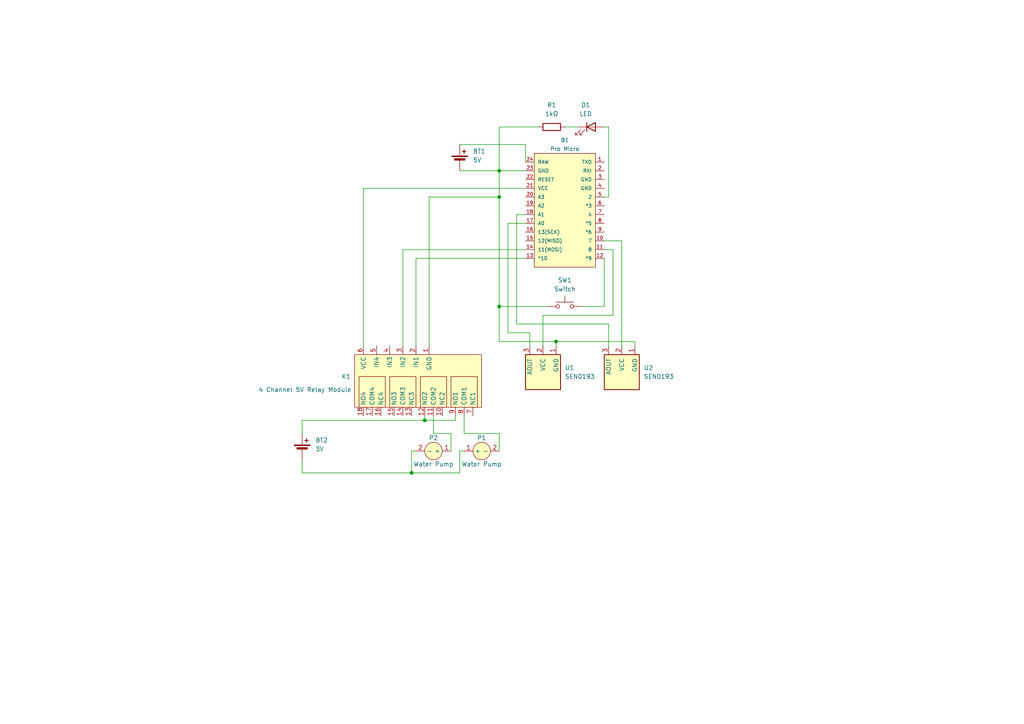
<source format=kicad_sch>
(kicad_sch (version 20230121) (generator eeschema)
  (paper "A4")
  (lib_symbols
    (symbol "Device:Battery_Cell" (pin_numbers hide) (pin_names (offset 0) hide)
      (property "Reference" "BT" (at 2.54 2.54 0))
      (property "Value" "Battery_Cell" (at 2.54 0 0))
      (symbol "Battery_Cell_0_1"
        (rectangle (start -2.286 1.778) (end 2.286 1.524) (fill (type outline)))
        (rectangle (start -1.524 1.016) (end 1.524 0.508) (fill (type outline)))
        (polyline (pts (xy 0 0.762) (xy 0 0)))
        (polyline (pts (xy 0 1.778) (xy 0 2.54)))
        (polyline (pts (xy 0.762 3.048) (xy 1.778 3.048)) (stroke (width 0.254)))
        (polyline (pts (xy 1.27 3.556) (xy 1.27 2.54)) (stroke (width 0.254)))
      )
      (symbol "Battery_Cell_1_1"
        (pin passive line (at 0 5.08 270) (length 2.54) (name "+") (number "1"))
        (pin passive line (at 0 -2.54 90) (length 2.54) (name "-") (number "2"))
      )
    )
    (symbol "Device:LED" (pin_numbers hide) (pin_names (offset 1.016) hide)
      (property "Reference" "D" (at 0 2.54 0))
      (property "Value" "LED" (at 0 -2.54 0))
      (symbol "LED_0_1"
        (polyline (pts (xy -1.27 -1.27) (xy -1.27 1.27)) (stroke (width 0.254)))
        (polyline (pts (xy -1.27 0) (xy 1.27 0)))
        (polyline (pts (xy 1.27 -1.27) (xy 1.27 1.27) (xy -1.27 0) (xy 1.27 -1.27)) (stroke (width 0.254)))
        (polyline (pts (xy -3.048 -0.762) (xy -4.572 -2.286) (xy -3.81 -2.286) (xy -4.572 -2.286) (xy -4.572 -1.524)))
        (polyline (pts (xy -1.778 -0.762) (xy -3.302 -2.286) (xy -2.54 -2.286) (xy -3.302 -2.286) (xy -3.302 -1.524)))
      )
      (symbol "LED_1_1"
        (pin passive line (at -3.81 0 0) (length 2.54) (name "K") (number "1"))
        (pin passive line (at 3.81 0 180) (length 2.54) (name "A") (number "2"))
      )
    )
    (symbol "Device:R" (pin_numbers hide) (pin_names (offset 0))
      (property "Reference" "R" (at 2.032 0 90))
      (property "Value" "R" (at 0 0 90))
      (symbol "R_0_1"
        (rectangle (start -1.016 -2.54) (end 1.016 2.54) (stroke (width 0.254)))
      )
      (symbol "R_1_1"
        (pin passive line (at 0 3.81 270) (length 1.27) (name "~") (number "1"))
        (pin passive line (at 0 -3.81 90) (length 1.27) (name "~") (number "2"))
      )
    )
    (symbol "Motor:Water_Pump_DC"
      (property "Reference" "P" (at 0 3.81 0))
      (property "Value" "Water_Pump_DC" (at 0 -3.81 0))
      (symbol "Water_Pump_DC_1_1"
        (circle (center 0 0) (radius 2.54) (fill (type background)))
        (pin passive line (at 5.08 0 180) (length 2.54) (name "+") (number "1"))
        (pin passive line (at -5.08 0 0) (length 2.54) (name "-") (number "2"))
      )
    )
    (symbol "Relay:4_Channel_5V_Relay_Module"
      (property "Reference" "K" (at 19.05 2.54 0))
      (property "Value" "4 Channel 5V Relay Module" (at 31.75 -1.27 0))
      (symbol "4_Channel_5V_Relay_Module_1_1"
        (rectangle (start -19.05 7.62) (end 17.78 -7.62) (fill (type background)))
        (rectangle (start -17.78 1.27) (end -10.16 -7.62))
        (rectangle (start -8.89 1.27) (end -1.27 -7.62))
        (rectangle (start 0 1.27) (end 7.62 -7.62))
        (rectangle (start 8.89 1.27) (end 16.51 -7.62))
        (pin power_in line (at 2.54 10.16 270) (length 2.54) (name "GND") (number "1"))
        (pin passive line (at 6.35 -10.16 90) (length 2.54) (name "NC2") (number "10"))
        (pin passive line (at 3.81 -10.16 90) (length 2.54) (name "COM2") (number "11"))
        (pin passive line (at 1.27 -10.16 90) (length 2.54) (name "NO2") (number "12"))
        (pin passive line (at -2.54 -10.16 90) (length 2.54) (name "NC3") (number "13"))
        (pin passive line (at -5.08 -10.16 90) (length 2.54) (name "COM3") (number "14"))
        (pin passive line (at -7.62 -10.16 90) (length 2.54) (name "NO3") (number "15"))
        (pin passive line (at -11.43 -10.16 90) (length 2.54) (name "NC4") (number "16"))
        (pin passive line (at -13.97 -10.16 90) (length 2.54) (name "COM4") (number "17"))
        (pin passive line (at -16.51 -10.16 90) (length 2.54) (name "NO4") (number "18"))
        (pin input line (at -1.27 10.16 270) (length 2.54) (name "IN1") (number "2"))
        (pin input line (at -5.08 10.16 270) (length 2.54) (name "IN2") (number "3"))
        (pin input line (at -8.89 10.16 270) (length 2.54) (name "IN3") (number "4"))
        (pin input line (at -12.7 10.16 270) (length 2.54) (name "IN4") (number "5"))
        (pin power_in line (at -16.51 10.16 270) (length 2.54) (name "VCC") (number "6"))
        (pin passive line (at 15.24 -10.16 90) (length 2.54) (name "NC1") (number "7"))
        (pin passive line (at 12.7 -10.16 90) (length 2.54) (name "COM1") (number "8"))
        (pin passive line (at 10.16 -10.16 90) (length 2.54) (name "NO1") (number "9"))
      )
    )
    (symbol "Sensor_Humidity:ENS210" (pin_names (offset 1.016))
      (property "Reference" "U1" (at 6.35 1.27 0))
      (property "Value" "SEN0193" (at 6.35 -1.27 0))
      (symbol "ENS210_0_1"
        (rectangle (start -5.08 5.08) (end 5.08 -5.08) (stroke (width 0.254)) (fill (type background)))
      )
      (symbol "ENS210_1_1"
        (pin power_in line (at -7.62 3.81 0) (length 2.54) (name "GND") (number "1"))
        (pin power_in line (at -7.62 0 0) (length 2.54) (name "VCC") (number "2"))
        (pin output line (at -7.62 -3.81 0) (length 2.54) (name "AOUT") (number "3"))
      )
    )
    (symbol "SparkFun-Boards:SPARKFUN_PRO_MICRO" (pin_names (offset 1.016))
      (property "Reference" "B" (at -8.89 17.78 0))
      (property "Value" "SPARKFUN_PRO_MICRO" (at -8.89 -19.05 0))
      (property "Field4" "XXX-00000" (at 0 21.59 0))
      (symbol "SPARKFUN_PRO_MICRO_1_1"
        (polyline (pts (xy -8.89 16.51) (xy -8.89 -16.51) (xy 8.89 -16.51) (xy 8.89 16.51) (xy -8.89 16.51)) (fill (type background)))
        (pin bidirectional line (at -11.43 13.97 0) (length 2.54) (name "TXO") (number "1"))
        (pin bidirectional line (at -11.43 -8.89 0) (length 2.54) (name "7") (number "10"))
        (pin bidirectional line (at -11.43 -11.43 0) (length 2.54) (name "8") (number "11"))
        (pin bidirectional line (at -11.43 -13.97 0) (length 2.54) (name "*9") (number "12"))
        (pin bidirectional line (at 11.43 -13.97 180) (length 2.54) (name "*10") (number "13"))
        (pin bidirectional line (at 11.43 -11.43 180) (length 2.54) (name "11(MOSI)") (number "14"))
        (pin bidirectional line (at 11.43 -8.89 180) (length 2.54) (name "12(MISO)") (number "15"))
        (pin bidirectional line (at 11.43 -6.35 180) (length 2.54) (name "13(SCK)") (number "16"))
        (pin bidirectional line (at 11.43 -3.81 180) (length 2.54) (name "A0") (number "17"))
        (pin bidirectional line (at 11.43 -1.27 180) (length 2.54) (name "A1") (number "18"))
        (pin bidirectional line (at 11.43 1.27 180) (length 2.54) (name "A2") (number "19"))
        (pin bidirectional line (at -11.43 11.43 0) (length 2.54) (name "RXI") (number "2"))
        (pin bidirectional line (at 11.43 3.81 180) (length 2.54) (name "A3") (number "20"))
        (pin power_in line (at 11.43 6.35 180) (length 2.54) (name "VCC") (number "21"))
        (pin bidirectional line (at 11.43 8.89 180) (length 2.54) (name "RESET") (number "22"))
        (pin power_in line (at 11.43 11.43 180) (length 2.54) (name "GND") (number "23"))
        (pin power_in line (at 11.43 13.97 180) (length 2.54) (name "RAW") (number "24"))
        (pin power_in line (at -11.43 8.89 0) (length 2.54) (name "GND") (number "3"))
        (pin power_in line (at -11.43 6.35 0) (length 2.54) (name "GND") (number "4"))
        (pin bidirectional line (at -11.43 3.81 0) (length 2.54) (name "2") (number "5"))
        (pin bidirectional line (at -11.43 1.27 0) (length 2.54) (name "*3") (number "6"))
        (pin bidirectional line (at -11.43 -1.27 0) (length 2.54) (name "4") (number "7"))
        (pin bidirectional line (at -11.43 -3.81 0) (length 2.54) (name "*5") (number "8"))
        (pin bidirectional line (at -11.43 -6.35 0) (length 2.54) (name "*6") (number "9"))
      )
    )
    (symbol "Switch:SW_Push" (pin_numbers hide) (pin_names (offset 1.016) hide)
      (property "Reference" "SW" (at 1.27 2.54 0))
      (property "Value" "SW_Push" (at 0 -1.524 0))
      (symbol "SW_Push_0_1"
        (circle (center -2.032 0) (radius 0.508))
        (polyline (pts (xy 0 1.27) (xy 0 3.048)))
        (polyline (pts (xy 2.54 1.27) (xy -2.54 1.27)))
        (circle (center 2.032 0) (radius 0.508))
        (pin passive line (at -5.08 0 0) (length 2.54) (name "1") (number "1"))
        (pin passive line (at 5.08 0 180) (length 2.54) (name "2") (number "2"))
      )
    )
  )
  (junction (at 161.29 99.06))
  (junction (at 144.78 57.15))
  (junction (at 144.78 49.53))
  (junction (at 119.38 137.16))
  (junction (at 144.78 88.9))
  (junction (at 123.19 121.92))
  (wire (pts (xy 133.35 137.16) (xy 119.38 137.16)))
  (wire (pts (xy 123.19 120.65) (xy 123.19 121.92)))
  (wire (pts (xy 175.26 57.15) (xy 176.53 57.15)))
  (wire (pts (xy 130.81 125.73) (xy 125.73 125.73)))
  (wire (pts (xy 87.63 121.92) (xy 123.19 121.92)))
  (wire (pts (xy 149.86 93.98) (xy 149.86 62.23)))
  (wire (pts (xy 144.78 125.73) (xy 134.62 125.73)))
  (wire (pts (xy 149.86 93.98) (xy 176.53 93.98)))
  (wire (pts (xy 161.29 100.33) (xy 161.29 99.06)))
  (wire (pts (xy 120.65 74.93) (xy 120.65 100.33)))
  (wire (pts (xy 144.78 88.9) (xy 144.78 57.15)))
  (wire (pts (xy 147.32 64.77) (xy 152.4 64.77)))
  (wire (pts (xy 87.63 137.16) (xy 87.63 133.35)))
  (wire (pts (xy 161.29 99.06) (xy 144.78 99.06)))
  (wire (pts (xy 157.48 91.44) (xy 157.48 100.33)))
  (wire (pts (xy 152.4 72.39) (xy 116.84 72.39)))
  (wire (pts (xy 176.53 36.83) (xy 175.26 36.83)))
  (wire (pts (xy 180.34 69.85) (xy 180.34 100.33)))
  (wire (pts (xy 144.78 49.53) (xy 152.4 49.53)))
  (wire (pts (xy 120.65 130.81) (xy 119.38 130.81)))
  (wire (pts (xy 175.26 69.85) (xy 180.34 69.85)))
  (wire (pts (xy 176.53 93.98) (xy 176.53 100.33)))
  (wire (pts (xy 176.53 36.83) (xy 176.53 57.15)))
  (wire (pts (xy 119.38 130.81) (xy 119.38 137.16)))
  (wire (pts (xy 149.86 62.23) (xy 152.4 62.23)))
  (wire (pts (xy 184.15 100.33) (xy 184.15 99.06)))
  (wire (pts (xy 133.35 130.81) (xy 133.35 137.16)))
  (wire (pts (xy 152.4 74.93) (xy 120.65 74.93)))
  (wire (pts (xy 133.35 130.81) (xy 134.62 130.81)))
  (wire (pts (xy 175.26 88.9) (xy 168.91 88.9)))
  (wire (pts (xy 144.78 57.15) (xy 144.78 49.53)))
  (wire (pts (xy 177.8 91.44) (xy 157.48 91.44)))
  (wire (pts (xy 161.29 99.06) (xy 184.15 99.06)))
  (wire (pts (xy 144.78 36.83) (xy 144.78 49.53)))
  (wire (pts (xy 175.26 72.39) (xy 177.8 72.39)))
  (wire (pts (xy 119.38 137.16) (xy 87.63 137.16)))
  (wire (pts (xy 133.35 49.53) (xy 144.78 49.53)))
  (wire (pts (xy 124.46 100.33) (xy 124.46 57.15)))
  (wire (pts (xy 125.73 125.73) (xy 125.73 120.65)))
  (wire (pts (xy 144.78 130.81) (xy 144.78 125.73)))
  (wire (pts (xy 134.62 125.73) (xy 134.62 120.65)))
  (wire (pts (xy 163.83 36.83) (xy 167.64 36.83)))
  (wire (pts (xy 153.67 96.52) (xy 153.67 100.33)))
  (wire (pts (xy 152.4 46.99) (xy 152.4 41.91)))
  (wire (pts (xy 132.08 121.92) (xy 123.19 121.92)))
  (wire (pts (xy 130.81 130.81) (xy 130.81 125.73)))
  (wire (pts (xy 144.78 36.83) (xy 156.21 36.83)))
  (wire (pts (xy 144.78 88.9) (xy 158.75 88.9)))
  (wire (pts (xy 87.63 121.92) (xy 87.63 125.73)))
  (wire (pts (xy 124.46 57.15) (xy 144.78 57.15)))
  (wire (pts (xy 116.84 72.39) (xy 116.84 100.33)))
  (wire (pts (xy 133.35 41.91) (xy 152.4 41.91)))
  (wire (pts (xy 177.8 72.39) (xy 177.8 91.44)))
  (wire (pts (xy 147.32 96.52) (xy 147.32 64.77)))
  (wire (pts (xy 153.67 96.52) (xy 147.32 96.52)))
  (wire (pts (xy 132.08 120.65) (xy 132.08 121.92)))
  (wire (pts (xy 175.26 74.93) (xy 175.26 88.9)))
  (wire (pts (xy 105.41 54.61) (xy 105.41 100.33)))
  (wire (pts (xy 152.4 54.61) (xy 105.41 54.61)))
  (wire (pts (xy 144.78 99.06) (xy 144.78 88.9)))
  (symbol (lib_id "Device:R") (at 160.02 36.83 90) (unit 1)
    (property "Reference" "R1" (at 160.02 30.48 90))
    (property "Value" "1kΩ" (at 160.02 33.02 90))
  )
  (symbol (lib_id "Motor:Water_Pump_DC") (at 125.73 130.81 0) (unit 1)
    (property "Reference" "P2" (at 125.73 127 0))
    (property "Value" "Water Pump" (at 125.73 134.62 0))
  )
  (symbol (lib_id "Device:Battery_Cell") (at 87.63 130.81 0) (unit 1)
    (property "Reference" "BT2" (at 91.44 127.6985 0) (effects (justify left)))
    (property "Value" "3V" (at 91.44 130.2385 0) (effects (justify left)))
  )
  (symbol (lib_id "Relay:4_Channel_5V_Relay_Module") (at 121.92 110.49 0) (unit 1)
    (property "Reference" "K1" (at 99.06 109.22 0) (effects (justify left)))
    (property "Value" "4 Channel 5V Relay Module" (at 74.93 113.03 0) (effects (justify left)))
  )
  (symbol (lib_id "Sensor_Humidity:ENS210") (at 180.34 107.95 270) (unit 1)
    (property "Reference" "U2" (at 186.69 106.68 90) (effects (justify left)))
    (property "Value" "SEN0193" (at 186.69 109.22 90) (effects (justify left)))
    (property "Datasheet" "https://www.sigmaelectronica.net/wp-content/uploads/2018/04/sen0193-humedad-de-suelos.pdf" (effects hide))
  )
  (symbol (lib_id "Device:LED") (at 171.45 36.83 0) (unit 1)
    (property "Reference" "D1" (at 169.8625 30.48 0))
    (property "Value" "LED" (at 169.8625 33.02 0))
  )
  (symbol (lib_id "Sensor_Humidity:ENS210") (at 157.48 107.95 270) (unit 1)
    (property "Reference" "U1" (at 163.83 106.68 90) (effects (justify left)))
    (property "Value" "SEN0193" (at 163.83 109.22 90) (effects (justify left)))
    (property "Datasheet" "https://www.sigmaelectronica.net/wp-content/uploads/2018/04/sen0193-humedad-de-suelos.pdf" (effects hide))
  )
  (symbol (lib_id "Motor:Water_Pump_DC") (at 139.7 130.81 180) (unit 1)
    (property "Reference" "P1" (at 139.7 127 0))
    (property "Value" "Water Pump" (at 139.7 134.62 0))
  )
  (symbol (lib_id "Switch:SW_Push") (at 163.83 88.9 0) (unit 1)
    (property "Reference" "SW1" (at 163.83 81.28 0))
    (property "Value" "Switch" (at 163.83 83.82 0))
  )
  (symbol (lib_id "Device:Battery_Cell") (at 133.35 46.99 0) (unit 1)
    (property "Reference" "BT1" (at 137.16 43.8785 0) (effects (justify left)))
    (property "Value" "5V" (at 137.16 46.4185 0) (effects (justify left)))
  )
  (symbol (lib_id "SparkFun-Boards:SPARKFUN_PRO_MICRO") (at 163.83 60.96 0) (mirror y) (unit 1)
    (property "Reference" "B1" (at 163.83 40.64 0) (effects (font (size 1.143 1.143))))
    (property "Value" "Pro Micro" (at 163.83 43.18 0) (effects (font (size 1.143 1.143))))
    (property "Footprint" "SPARKFUN_PRO_MICRO" (effects hide))
  )
)
</source>
